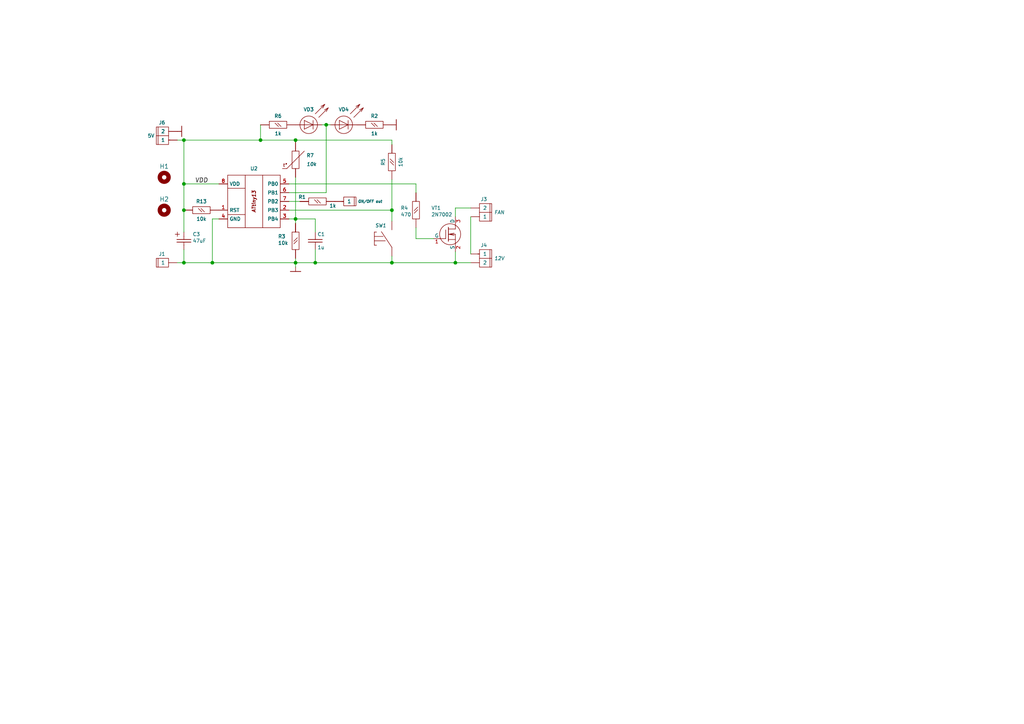
<source format=kicad_sch>
(kicad_sch (version 20230121) (generator eeschema)
  (paper "A4")
  (lib_symbols
    (symbol "Mechanical:MountingHole" (pin_names (offset 1.016))
      (property "Reference" "H" (at 0 5.08 0))
      (property "Value" "MountingHole" (at 0 3.175 0))
      (symbol "MountingHole_0_1"
        (circle (center 0 0) (radius 1.27) (stroke (width 1.27)))
      )
    )
    (symbol "_aa40_capacitors:C_CAP" (pin_numbers hide) (pin_names (offset 0) hide)
      (property "Reference" "C" (at 0 3.81 0))
      (property "Value" "C_CAP" (at 0 -3.81 0))
      (symbol "C_CAP_1_0"
        (polyline (pts (xy -1.27 0) (xy -0.381 0)))
        (polyline (pts (xy -0.381 -2.032) (xy -0.381 2.032)) (stroke (width 0.2032)))
        (polyline (pts (xy 0.381 -2.032) (xy 0.381 2.032)) (stroke (width 0.2032)))
        (polyline (pts (xy 1.27 0) (xy 0.381 0)))
      )
      (symbol "C_CAP_1_1"
        (pin passive line (at -2.54 0 0) (length 1.27) (name "~") (number "1"))
        (pin passive line (at 2.54 0 180) (length 1.27) (name "~") (number "2"))
      )
    )
    (symbol "_aa40_capacitors:C_CAP_PLUS" (pin_numbers hide) (pin_names (offset 0) hide)
      (property "Reference" "C" (at 0 3.81 0))
      (property "Value" "C_CAP_PLUS" (at 0 -3.81 0))
      (symbol "C_CAP_PLUS_1_0"
        (polyline (pts (xy -1.27 0) (xy -0.381 0)))
        (polyline (pts (xy -0.381 -2.032) (xy -0.381 2.032)) (stroke (width 0.2032)))
        (polyline (pts (xy 0.381 -2.032) (xy 0.381 2.032)) (stroke (width 0.2032)))
        (polyline (pts (xy 1.27 0) (xy 0.381 0)))
        (polyline (pts (xy 1.905 -1.27) (xy 1.905 -2.54)))
        (polyline (pts (xy 2.54 -1.905) (xy 1.27 -1.905)))
      )
      (symbol "C_CAP_PLUS_1_1"
        (pin passive line (at 2.54 0 180) (length 1.27) (name "~") (number "1"))
        (pin passive line (at -2.54 0 0) (length 1.27) (name "~") (number "2"))
      )
    )
    (symbol "_aa40_diodes:LED1" (pin_numbers hide) (pin_names (offset 0) hide)
      (property "Reference" "VD" (at -6.35 5.08 0))
      (property "Value" "LED" (at -6.35 2.54 0))
      (symbol "LED1_0_1"
        (circle (center 0 0) (radius 2.54))
      )
      (symbol "LED1_1_1"
        (polyline (pts (xy -1.27 -1.27) (xy 0 1.27)))
        (polyline (pts (xy 0 -1.27) (xy 0 1.27)))
        (polyline (pts (xy 1.27 -1.27) (xy -1.27 -1.27)))
        (polyline (pts (xy 1.27 -1.27) (xy 0 1.27)))
        (polyline (pts (xy 1.27 1.27) (xy -1.27 1.27)))
        (polyline (pts (xy 4.699 5.461) (xy 2.159 2.921)))
        (polyline (pts (xy 5.715 4.445) (xy 3.175 1.905)))
        (polyline (pts (xy 4.953 5.715) (xy 3.81 5.08) (xy 4.953 5.715) (xy 4.318 4.572) (xy 4.953 5.715)))
        (polyline (pts (xy 5.969 4.699) (xy 4.826 4.064) (xy 5.969 4.699) (xy 5.334 3.556) (xy 5.969 4.699)))
        (pin passive line (at 0 3.81 270) (length 2.54) (name "C") (number "1"))
        (pin passive line (at 0 -3.81 90) (length 2.54) (name "A") (number "2"))
      )
    )
    (symbol "_aa40_mcu:ATTINY13"
      (property "Reference" "U" (at 0 8.89 0))
      (symbol "ATTINY13_0_1"
        (polyline (pts (xy 2.54 -3.81) (xy 7.62 -3.81)))
        (polyline (pts (xy 2.54 3.81) (xy 7.62 3.81)))
        (polyline (pts (xy 7.62 -7.62) (xy -7.62 -7.62)))
        (polyline (pts (xy 7.62 7.62) (xy -7.62 7.62)))
      )
      (symbol "ATTINY13_1_1"
        (polyline (pts (xy -7.62 7.62) (xy -7.62 -7.62)))
        (polyline (pts (xy -2.54 7.62) (xy -2.54 -7.62)))
        (polyline (pts (xy 2.54 7.62) (xy 2.54 -7.62)))
        (polyline (pts (xy 7.62 7.62) (xy 7.62 -7.62)))
        (text "ATtiny13" (at 0 0 900) (effects (font (size 1.016 1.016) bold italic)))
        (pin bidirectional line (at 10.16 -2.54 180) (length 2.54) (name "RST") (number "1"))
        (pin bidirectional line (at -10.16 -2.54 0) (length 2.54) (name "PB3") (number "2"))
        (pin bidirectional line (at -10.16 -5.08 0) (length 2.54) (name "PB4") (number "3"))
        (pin power_in line (at 10.16 -5.08 180) (length 2.54) (name "GND") (number "4"))
        (pin bidirectional line (at -10.16 5.08 0) (length 2.54) (name "PB0") (number "5"))
        (pin bidirectional line (at -10.16 2.54 0) (length 2.54) (name "PB1") (number "6"))
        (pin bidirectional line (at -10.16 0 0) (length 2.54) (name "PB2") (number "7"))
        (pin power_in line (at 10.16 5.08 180) (length 2.54) (name "VDD") (number "8"))
      )
    )
    (symbol "_aa40_misc:CONN01PIN" (pin_numbers hide) (pin_names (offset 1.016))
      (property "Reference" "J" (at 0 2.54 0))
      (symbol "CONN01PIN_0_1"
        (rectangle (start -2.54 1.27) (end 1.016 -1.27))
        (polyline (pts (xy -3.048 0) (xy -2.54 0)))
        (polyline (pts (xy 0.508 1.27) (xy 0.508 -1.27)))
      )
      (symbol "CONN01PIN_1_1"
        (pin passive line (at -5.08 0 0) (length 2.54) (name "1") (number "1"))
      )
    )
    (symbol "_aa40_misc:CONN2PIN" (pin_numbers hide) (pin_names (offset 1.016))
      (property "Reference" "J" (at 0 2.54 0))
      (symbol "CONN2PIN_0_1"
        (rectangle (start -2.54 1.27) (end 1.016 -3.81))
        (polyline (pts (xy -3.048 0) (xy -2.54 0)))
        (polyline (pts (xy -2.54 -1.27) (xy 1.016 -1.27)))
        (polyline (pts (xy 0.508 1.27) (xy 0.508 -3.81)))
      )
      (symbol "CONN2PIN_1_1"
        (pin passive line (at -5.08 0 0) (length 2.54) (name "1") (number "1"))
        (pin passive line (at -5.08 -2.54 0) (length 2.54) (name "2") (number "2"))
      )
    )
    (symbol "_aa40_misc:GND" (power) (pin_numbers hide) (pin_names (offset 0) hide)
      (symbol "GND_1_1"
        (polyline (pts (xy -1.524 0) (xy 1.524 0)) (stroke (width 0.2032)))
        (pin power_in line (at 0 1.27 270) (length 1.27) (name "GND") (number "1"))
      )
    )
    (symbol "_aa40_misc:SWITCH1" (pin_numbers hide) (pin_names (offset 0) hide)
      (property "Reference" "SW" (at 0 6.985 0))
      (symbol "SWITCH1_0_1"
        (polyline (pts (xy -2.54 0) (xy 2.032 3.048)))
        (polyline (pts (xy -1.905 5.08) (xy -1.905 4.445)))
        (polyline (pts (xy -1.905 5.08) (xy 1.905 5.08)))
        (polyline (pts (xy -0.635 1.905) (xy -0.635 5.08)))
        (polyline (pts (xy 0.635 2.54) (xy 0.635 5.08)))
        (polyline (pts (xy 1.905 5.08) (xy 1.905 4.445)))
      )
      (symbol "SWITCH1_1_1"
        (pin passive line (at -5.08 0 0) (length 2.54) (name "~") (number "1"))
        (pin passive line (at 5.08 0 180) (length 2.54) (name "~") (number "2"))
      )
    )
    (symbol "_aa40_resistors:R_RES_0.125W" (pin_numbers hide) (pin_names (offset 0) hide)
      (property "Reference" "R" (at 0 2.54 0))
      (property "Value" "R_RES_0.125W" (at 0 -2.54 0))
      (symbol "R_RES_0.125W_1_0"
        (rectangle (start -2.54 1.016) (end 2.54 -1.016))
        (polyline (pts (xy 2.54 0) (xy 5.08 0)))
      )
      (symbol "R_RES_0.125W_1_1"
        (polyline (pts (xy -0.889 0.508) (xy 0.127 -0.508)))
        (polyline (pts (xy -0.127 0.508) (xy 0.889 -0.508)))
        (pin passive line (at -5.08 0 0) (length 2.54) (name "~") (number "1"))
        (pin passive line (at 5.08 0 180) (length 2.54) (name "~") (number "2"))
      )
    )
    (symbol "_aa40_resistors:R_TERM2" (pin_numbers hide) (pin_names (offset 0) hide)
      (property "Reference" "R" (at 3.175 1.27 0))
      (property "Value" "10k" (at 3.175 -1.27 0))
      (symbol "R_TERM2_0_1"
        (rectangle (start -1.016 -2.54) (end 1.016 2.54))
        (polyline (pts (xy -2.54 -2.54) (xy -3.81 -2.54)))
        (polyline (pts (xy 2.54 2.54) (xy -2.54 -2.54)))
      )
      (symbol "R_TERM2_1_1"
        (text "t°" (at -3.048 -1.524 0) (effects (font (size 0.889 0.889) italic)))
        (pin passive line (at 0 -5.08 90) (length 2.54) (name "~") (number "1"))
        (pin passive line (at 0 5.08 270) (length 2.54) (name "~") (number "2"))
      )
    )
    (symbol "_aa40_transistors:2N7002" (pin_names (offset 0))
      (property "Reference" "VT" (at -8.89 6.35 0))
      (property "Value" "2N7002" (at -8.89 3.81 0))
      (symbol "2N7002_0_1"
        (circle (center -0.254 0) (radius 3.048))
        (polyline (pts (xy -1.524 -1.27) (xy -1.524 1.27)))
      )
      (symbol "2N7002_1_1"
        (polyline (pts (xy -3.302 -1.27) (xy -1.524 -1.27)))
        (polyline (pts (xy -0.762 -2.032) (xy -0.762 0)) (stroke (width 0.2032)))
        (polyline (pts (xy -0.762 -1.524) (xy 1.27 -1.524)))
        (polyline (pts (xy -0.762 0) (xy -0.762 2.032)) (stroke (width 0.2032)))
        (polyline (pts (xy -0.762 1.524) (xy 1.27 1.524)))
        (polyline (pts (xy -0.635 0) (xy 0.9144 -0.3302)))
        (polyline (pts (xy 0.9144 0.3302) (xy -0.635 0)))
        (polyline (pts (xy 1.27 0) (xy -0.635 0)))
        (polyline (pts (xy 1.27 0) (xy 1.27 -2.54)))
        (polyline (pts (xy 1.27 2.54) (xy 1.27 1.524)))
        (pin input line (at -5.08 -1.27 0) (length 1.905) (name "G") (number "1"))
        (pin input line (at 1.27 -5.08 90) (length 2.54) (name "S") (number "2"))
        (pin input line (at 1.27 5.08 270) (length 2.54) (name "D") (number "3"))
      )
    )
  )
  (junction (at 132.08 76.2))
  (junction (at 85.725 40.64))
  (junction (at 53.34 40.64))
  (junction (at 53.34 60.96))
  (junction (at 113.665 60.96))
  (junction (at 113.665 76.2))
  (junction (at 85.725 76.2))
  (junction (at 91.44 76.2))
  (junction (at 53.34 53.34))
  (junction (at 75.565 40.64))
  (junction (at 61.595 76.2))
  (junction (at 85.725 63.5))
  (junction (at 53.34 76.2))
  (junction (at 94.615 36.195))
  (wire (pts (xy 75.565 40.64) (xy 53.34 40.64)))
  (wire (pts (xy 75.565 40.64) (xy 85.725 40.64)))
  (wire (pts (xy 53.34 72.39) (xy 53.34 76.2)))
  (wire (pts (xy 53.34 76.2) (xy 61.595 76.2)))
  (wire (pts (xy 51.435 76.2) (xy 53.34 76.2)))
  (wire (pts (xy 120.65 66.04) (xy 120.65 69.215)))
  (wire (pts (xy 132.08 73.025) (xy 132.08 76.2)))
  (wire (pts (xy 85.725 76.2) (xy 91.44 76.2)))
  (wire (pts (xy 85.725 76.2) (xy 85.725 74.93)))
  (wire (pts (xy 120.65 53.34) (xy 83.82 53.34)))
  (wire (pts (xy 132.08 60.325) (xy 132.08 62.865)))
  (wire (pts (xy 120.65 69.215) (xy 125.73 69.215)))
  (wire (pts (xy 136.525 62.865) (xy 136.525 73.66)))
  (wire (pts (xy 83.82 58.42) (xy 86.995 58.42)))
  (wire (pts (xy 91.44 72.39) (xy 91.44 76.2)))
  (wire (pts (xy 53.34 40.64) (xy 53.34 53.34)))
  (wire (pts (xy 94.615 36.195) (xy 93.345 36.195)))
  (wire (pts (xy 63.5 53.34) (xy 53.34 53.34)))
  (wire (pts (xy 51.435 40.64) (xy 53.34 40.64)))
  (wire (pts (xy 94.615 55.88) (xy 83.82 55.88)))
  (wire (pts (xy 63.5 63.5) (xy 61.595 63.5)))
  (wire (pts (xy 75.565 36.195) (xy 75.565 40.64)))
  (wire (pts (xy 113.665 74.295) (xy 113.665 76.2)))
  (wire (pts (xy 83.82 63.5) (xy 85.725 63.5)))
  (wire (pts (xy 85.725 40.64) (xy 85.725 41.275)))
  (wire (pts (xy 94.615 36.195) (xy 95.885 36.195)))
  (wire (pts (xy 85.725 51.435) (xy 85.725 63.5)))
  (wire (pts (xy 61.595 76.2) (xy 85.725 76.2)))
  (wire (pts (xy 85.725 76.2) (xy 85.725 77.47)))
  (wire (pts (xy 132.08 76.2) (xy 136.525 76.2)))
  (wire (pts (xy 53.34 53.34) (xy 53.34 60.96)))
  (wire (pts (xy 113.665 41.91) (xy 113.665 40.64)))
  (wire (pts (xy 91.44 67.31) (xy 91.44 63.5)))
  (wire (pts (xy 132.08 60.325) (xy 136.525 60.325)))
  (wire (pts (xy 113.665 60.96) (xy 113.665 64.135)))
  (wire (pts (xy 113.665 52.07) (xy 113.665 60.96)))
  (wire (pts (xy 61.595 63.5) (xy 61.595 76.2)))
  (wire (pts (xy 83.82 60.96) (xy 113.665 60.96)))
  (wire (pts (xy 120.65 55.88) (xy 120.65 53.34)))
  (wire (pts (xy 53.34 60.96) (xy 53.34 67.31)))
  (wire (pts (xy 91.44 76.2) (xy 113.665 76.2)))
  (wire (pts (xy 91.44 63.5) (xy 85.725 63.5)))
  (wire (pts (xy 94.615 36.195) (xy 94.615 55.88)))
  (wire (pts (xy 85.725 64.77) (xy 85.725 63.5)))
  (wire (pts (xy 113.665 40.64) (xy 85.725 40.64)))
  (wire (pts (xy 113.665 76.2) (xy 132.08 76.2)))
  (label "VDD" (at 56.515 53.34 0) (effects (font italic)))
  (symbol (lib_id "_aa40_resistors:R_RES_0.125W") (at 113.665 46.99 270) (mirror x) (unit 1)
    (property "Reference" "R5" (at 111.125 46.99 0) (effects (font (size 1.016 1.016))))
    (property "Value" "10k" (at 116.205 46.99 0) (effects (font (size 1.016 1.016))))
    (property "Footprint" "Resistor_SMD:R_1206_3216Metric" (effects hide))
  )
  (symbol (lib_id "_aa40_resistors:R_RES_0.125W") (at 58.42 60.96 180) (unit 1)
    (property "Reference" "R13" (at 58.42 58.42 0) (effects (font (size 1.016 1.016))))
    (property "Value" "10k" (at 58.42 63.5 0) (effects (font (size 1.016 1.016))))
    (property "Footprint" "Resistor_SMD:R_1206_3216Metric" (effects hide))
  )
  (symbol (lib_id "_aa40_resistors:R_RES_0.125W") (at 108.585 36.195 180) (unit 1)
    (property "Reference" "R2" (at 108.585 33.655 0) (effects (font (size 1.016 1.016))))
    (property "Value" "1k" (at 108.585 38.735 0) (effects (font (size 1.016 1.016))))
    (property "Footprint" "Resistor_SMD:R_0805_2012Metric" (effects hide))
  )
  (symbol (lib_id "_aa40_capacitors:C_CAP_PLUS") (at 53.34 69.85 270) (mirror x) (unit 1)
    (property "Reference" "C3" (at 55.88 67.945 90) (effects (font (size 1.016 1.016)) (justify left)))
    (property "Value" "47uF" (at 55.88 69.85 90) (effects (font (size 1.016 1.016)) (justify left)))
    (property "Footprint" "Capacitor_Tantalum_SMD:CP_EIA-3528-12_Kemet-T" (effects hide))
  )
  (symbol (lib_id "_aa40_misc:CONN2PIN") (at 46.355 40.64 180) (unit 1)
    (property "Reference" "J6" (at 46.99 35.56 0) (effects (font (size 1.016 1.016))))
    (property "Value" "5V" (at 43.815 39.37 0) (effects (font (size 1.016 1.016))))
    (property "Footprint" "Connector_PinHeader_2.54mm:PinHeader_1x02_P2.54mm_Vertical" (effects hide))
  )
  (symbol (lib_id "_aa40_misc:SWITCH1") (at 113.665 69.215 90) (unit 1)
    (property "Reference" "SW1" (at 110.49 65.405 90) (effects (font (size 1.016 1.016) italic)))
    (property "Value" "SWITCH1" (effects hide))
    (property "Footprint" "Connector_PinHeader_2.54mm:PinHeader_1x02_P2.54mm_Vertical" (effects hide))
  )
  (symbol (lib_id "_aa40_resistors:R_RES_0.125W") (at 80.645 36.195 180) (unit 1)
    (property "Reference" "R6" (at 80.645 33.655 0) (effects (font (size 1.016 1.016))))
    (property "Value" "1k" (at 80.645 38.735 0) (effects (font (size 1.016 1.016))))
    (property "Footprint" "Resistor_SMD:R_0805_2012Metric" (effects hide))
  )
  (symbol (lib_id "Mechanical:MountingHole") (at 47.625 60.96 0) (unit 1)
    (property "Reference" "H2" (at 47.625 57.785 0))
    (property "Value" "MountingHole" (effects hide))
    (property "Footprint" "MountingHole:MountingHole_3.2mm_M3" (effects hide))
  )
  (symbol (lib_id "_aa40_misc:GND") (at 52.705 38.1 90) (unit 1)
    (property "Reference" "#PWR02" (effects hide))
    (property "Value" "GND" (effects hide))
  )
  (symbol (lib_id "_aa40_resistors:R_RES_0.125W") (at 85.725 69.85 90) (unit 1)
    (property "Reference" "R3" (at 80.645 68.58 90) (effects (font (size 1.016 1.016)) (justify right)))
    (property "Value" "10k" (at 80.645 70.485 90) (effects (font (size 1.016 1.016)) (justify right)))
    (property "Footprint" "Resistor_SMD:R_1206_3216Metric" (effects hide))
  )
  (symbol (lib_id "_aa40_capacitors:C_CAP") (at 91.44 69.85 90) (unit 1)
    (property "Reference" "C1" (at 92.075 67.945 90) (effects (font (size 1.016 1.016)) (justify right)))
    (property "Value" "1u" (at 92.075 71.755 90) (effects (font (size 1.016 1.016)) (justify right)))
    (property "Footprint" "Capacitor_SMD:C_1206_3216Metric" (effects hide))
  )
  (symbol (lib_id "Mechanical:MountingHole") (at 47.625 51.435 0) (unit 1)
    (property "Reference" "H1" (at 47.625 48.26 0))
    (property "Value" "MountingHole" (effects hide))
    (property "Footprint" "MountingHole:MountingHole_3.2mm_M3" (effects hide))
  )
  (symbol (lib_id "_aa40_resistors:R_TERM2") (at 85.725 46.355 0) (unit 1)
    (property "Reference" "R7" (at 88.9 45.085 0) (effects (font (size 1.016 1.016)) (justify left)))
    (property "Value" "10k" (at 88.9 47.625 0) (effects (font (size 1.016 1.016) italic) (justify left)))
    (property "Footprint" "lib:switch_out" (effects hide))
  )
  (symbol (lib_id "_aa40_diodes:LED1") (at 99.695 36.195 270) (mirror x) (unit 1)
    (property "Reference" "VD4" (at 99.695 31.75 90) (effects (font (size 1.016 1.016))))
    (property "Value" "LED" (effects hide))
    (property "Footprint" "LED_SMD:LED_1206_3216Metric_Pad1.42x1.75mm_HandSolder" (effects hide))
  )
  (symbol (lib_id "_aa40_misc:CONN2PIN") (at 141.605 73.66 0) (unit 1)
    (property "Reference" "J4" (at 140.335 71.12 0) (effects (font (size 1.016 1.016))))
    (property "Value" "12V" (at 144.78 74.93 0) (effects (font (size 1.016 1.016) italic)))
    (property "Footprint" "Connector_PinHeader_2.54mm:PinHeader_1x02_P2.54mm_Vertical" (effects hide))
  )
  (symbol (lib_id "_aa40_mcu:ATTINY13") (at 73.66 58.42 0) (mirror y) (unit 1)
    (property "Reference" "U2" (at 73.66 48.895 0) (effects (font (size 1.016 1.016))))
    (property "Value" "ATtiny13V-10S" (effects hide))
    (property "Footprint" "Package_DIP:DIP-8_W7.62mm_LongPads" (effects hide))
    (property "Datasheet" "http://ww1.microchip.com/downloads/en/DeviceDoc/doc2535.pdf" (effects hide))
  )
  (symbol (lib_id "_aa40_misc:GND") (at 85.725 78.74 0) (unit 1)
    (property "Reference" "#PWR04" (effects hide))
    (property "Value" "GND" (effects hide))
  )
  (symbol (lib_id "_aa40_misc:CONN01PIN") (at 102.235 58.42 0) (unit 1)
    (property "Reference" "J8" (effects hide))
    (property "Value" "ON/OFF out" (at 107.315 58.42 0) (effects (font (size 0.762 0.762) italic)))
    (property "Footprint" "Connector_PinHeader_2.54mm:PinHeader_1x01_P2.54mm_Vertical" (effects hide))
  )
  (symbol (lib_id "_aa40_misc:CONN01PIN") (at 46.355 76.2 180) (unit 1)
    (property "Reference" "J1" (at 46.99 73.66 0) (effects (font (size 1.016 1.016))))
    (property "Value" "CONN01PIN" (effects hide))
    (property "Footprint" "_aDIPonTop:SMD1PIN" (effects hide))
  )
  (symbol (lib_id "_aa40_misc:CONN2PIN") (at 141.605 62.865 0) (mirror x) (unit 1)
    (property "Reference" "J3" (at 140.335 57.785 0) (effects (font (size 1.016 1.016))))
    (property "Value" "FAN" (at 144.78 61.595 0) (effects (font (size 1.016 1.016) italic)))
    (property "Footprint" "Connector_PinHeader_2.54mm:PinHeader_1x02_P2.54mm_Vertical" (effects hide))
  )
  (symbol (lib_id "_aa40_resistors:R_RES_0.125W") (at 92.075 58.42 180) (unit 1)
    (property "Reference" "R1" (at 87.63 57.15 0) (effects (font (size 1.016 1.016))))
    (property "Value" "1k" (at 96.52 59.69 0) (effects (font (size 1.016 1.016))))
    (property "Footprint" "Resistor_SMD:R_0805_2012Metric" (effects hide))
  )
  (symbol (lib_id "_aa40_misc:GND") (at 114.935 36.195 90) (unit 1)
    (property "Reference" "#PWR03" (effects hide))
    (property "Value" "GND" (effects hide))
  )
  (symbol (lib_id "_aa40_transistors:2N7002") (at 130.81 67.945 0) (unit 1)
    (property "Reference" "VT1" (at 125.095 60.325 0) (effects (font (size 1.016 1.016)) (justify left)))
    (property "Value" "2N7002" (at 125.095 62.23 0) (effects (font (size 1.016 1.016)) (justify left)))
    (property "Footprint" "Package_TO_SOT_SMD:SOT-23" (effects hide))
    (property "Datasheet" "https://static.chipdip.ru/lib/318/DOC000318735.pdf" (effects hide))
  )
  (symbol (lib_id "_aa40_diodes:LED1") (at 89.535 36.195 270) (mirror x) (unit 1)
    (property "Reference" "VD3" (at 89.535 31.75 90) (effects (font (size 1.016 1.016))))
    (property "Value" "LED" (effects hide))
    (property "Footprint" "LED_SMD:LED_1206_3216Metric_Pad1.42x1.75mm_HandSolder" (effects hide))
  )
  (symbol (lib_id "_aa40_resistors:R_RES_0.125W") (at 120.65 60.96 90) (unit 1)
    (property "Reference" "R4" (at 116.205 60.325 90) (effects (font (size 1.016 1.016)) (justify right)))
    (property "Value" "470" (at 116.205 62.23 90) (effects (font (size 1.016 1.016)) (justify right)))
    (property "Footprint" "Resistor_SMD:R_1206_3216Metric" (effects hide))
  )
)
</source>
